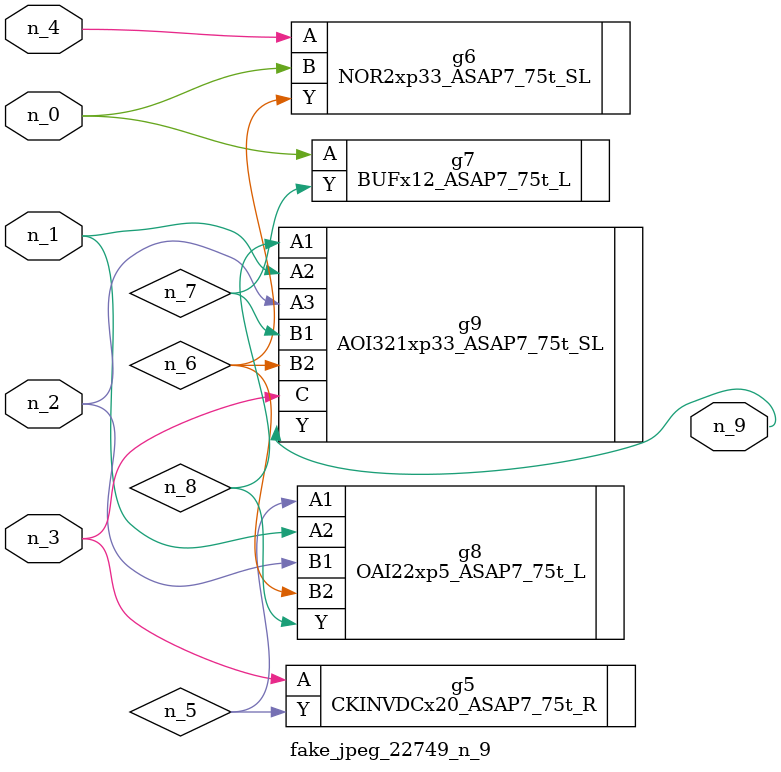
<source format=v>
module fake_jpeg_22749_n_9 (n_3, n_2, n_1, n_0, n_4, n_9);

input n_3;
input n_2;
input n_1;
input n_0;
input n_4;

output n_9;

wire n_8;
wire n_6;
wire n_5;
wire n_7;

CKINVDCx20_ASAP7_75t_R g5 ( 
.A(n_3),
.Y(n_5)
);

NOR2xp33_ASAP7_75t_SL g6 ( 
.A(n_4),
.B(n_0),
.Y(n_6)
);

BUFx12_ASAP7_75t_L g7 ( 
.A(n_0),
.Y(n_7)
);

OAI22xp5_ASAP7_75t_L g8 ( 
.A1(n_5),
.A2(n_1),
.B1(n_2),
.B2(n_6),
.Y(n_8)
);

AOI321xp33_ASAP7_75t_SL g9 ( 
.A1(n_8),
.A2(n_1),
.A3(n_2),
.B1(n_7),
.B2(n_6),
.C(n_3),
.Y(n_9)
);


endmodule
</source>
